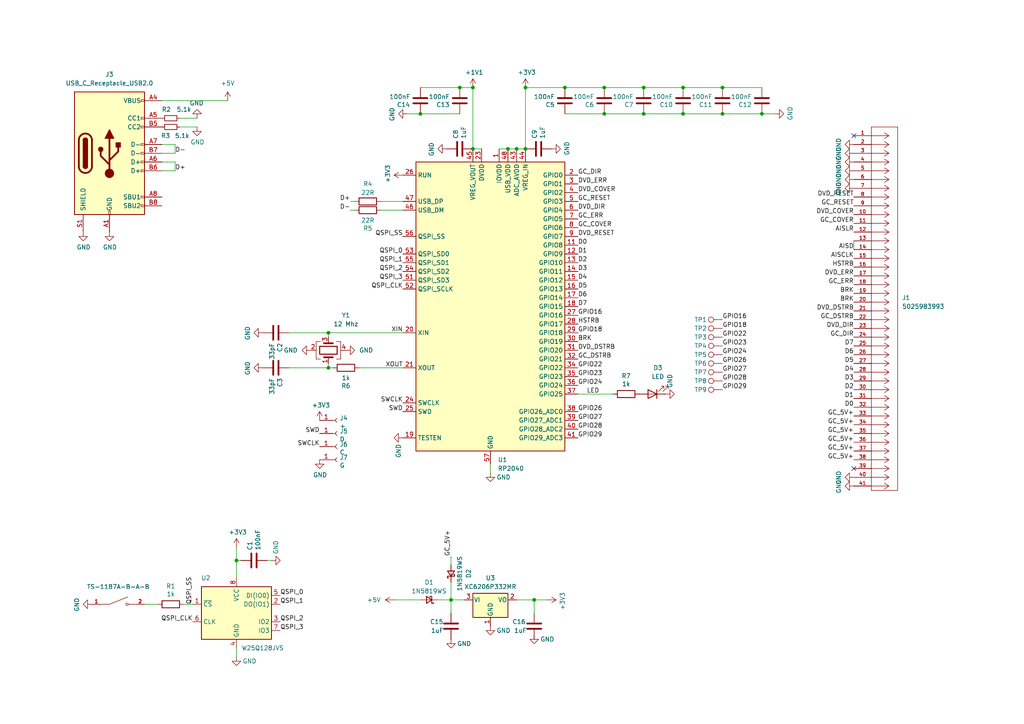
<source format=kicad_sch>
(kicad_sch (version 20250114) (generator "eeschema") (generator_version "9.0")
  (paper "A4")
  (lib_symbols
    (symbol "Connector:Conn_01x01_Female" (pin_names (offset 1.016) (hide yes))
      (property "Reference" "J" (at 0 2.54 0))
      (property "Value" "Conn_01x01_Female" (at 0 -2.54 0))
      (symbol "Conn_01x01_Female_1_1"
        (pin passive line (at -5.08 0 0) (length 3.81) (name "Pin_1") (number "1"))
      )
    )
    (symbol "Connector:TestPoint" (pin_numbers (hide yes)) (pin_names (offset 0.762) (hide yes))
      (property "Reference" "TP" (at 0 6.858 0))
      (property "Value" "TestPoint" (at 0 5.08 0))
      (symbol "TestPoint_1_1"
        (pin passive line (at 0 0 90) (length 2.54) (name "1") (number "1"))
      )
    )
    (symbol "Connector:USB_C_Receptacle_USB2.0" (pin_names (offset 1.016))
      (property "Reference" "J" (at -10.16 19.05 0))
      (property "Value" "USB_C_Receptacle_USB2.0" (at 19.05 19.05 0))
      (symbol "USB_C_Receptacle_USB2.0_1_1"
        (pin passive line (at -7.62 -22.86 90) (length 5.08) (name "SHIELD") (number "S1"))
        (pin passive line (at 0 -22.86 90) (length 5.08) (name "GND") (number "A1"))
        (pin passive line (at 0 -22.86 90) (length 5.08) (hide yes) (name "GND") (number "A12"))
        (pin passive line (at 0 -22.86 90) (length 5.08) (hide yes) (name "GND") (number "B1"))
        (pin passive line (at 0 -22.86 90) (length 5.08) (hide yes) (name "GND") (number "B12"))
        (pin passive line (at 15.24 15.24 180) (length 5.08) (name "VBUS") (number "A4"))
        (pin passive line (at 15.24 15.24 180) (length 5.08) (hide yes) (name "VBUS") (number "A9"))
        (pin passive line (at 15.24 15.24 180) (length 5.08) (hide yes) (name "VBUS") (number "B4"))
        (pin passive line (at 15.24 15.24 180) (length 5.08) (hide yes) (name "VBUS") (number "B9"))
        (pin bidirectional line (at 15.24 10.16 180) (length 5.08) (name "CC1") (number "A5"))
        (pin bidirectional line (at 15.24 7.62 180) (length 5.08) (name "CC2") (number "B5"))
        (pin bidirectional line (at 15.24 2.54 180) (length 5.08) (name "D-") (number "A7"))
        (pin bidirectional line (at 15.24 0 180) (length 5.08) (name "D-") (number "B7"))
        (pin bidirectional line (at 15.24 -2.54 180) (length 5.08) (name "D+") (number "A6"))
        (pin bidirectional line (at 15.24 -5.08 180) (length 5.08) (name "D+") (number "B6"))
        (pin bidirectional line (at 15.24 -12.7 180) (length 5.08) (name "SBU1") (number "A8"))
        (pin bidirectional line (at 15.24 -15.24 180) (length 5.08) (name "SBU2") (number "B8"))
      )
    )
    (symbol "Device:C" (pin_numbers (hide yes)) (pin_names (offset 0.254))
      (property "Reference" "C" (at 0.635 2.54 0))
      (property "Value" "C" (at 0.635 -2.54 0))
      (symbol "C_1_1"
        (pin passive line (at 0 3.81 270) (length 2.794) (name "~") (number "1"))
        (pin passive line (at 0 -3.81 90) (length 2.794) (name "~") (number "2"))
      )
    )
    (symbol "Device:Crystal_GND24" (pin_names (offset 1.016) (hide yes))
      (property "Reference" "Y" (at 3.175 5.08 0))
      (property "Value" "Crystal_GND24" (at 3.175 3.175 0))
      (symbol "Crystal_GND24_1_1"
        (pin passive line (at -3.81 0 0) (length 1.27) (name "1") (number "1"))
        (pin passive line (at 0 5.08 270) (length 1.27) (name "2") (number "2"))
        (pin passive line (at 0 -5.08 90) (length 1.27) (name "4") (number "4"))
        (pin passive line (at 3.81 0 180) (length 1.27) (name "3") (number "3"))
      )
    )
    (symbol "Device:D_Schottky_Small" (pin_numbers (hide yes)) (pin_names (offset 0.254) (hide yes))
      (property "Reference" "D" (at -1.27 2.032 0))
      (property "Value" "D_Schottky_Small" (at -7.112 -2.032 0))
      (symbol "D_Schottky_Small_1_1"
        (pin passive line (at -2.54 0 0) (length 1.778) (name "K") (number "1"))
        (pin passive line (at 2.54 0 180) (length 1.778) (name "A") (number "2"))
      )
    )
    (symbol "Device:LED" (pin_numbers (hide yes)) (pin_names (offset 1.016) (hide yes))
      (property "Reference" "D" (at 0 2.54 0))
      (property "Value" "LED" (at 0 -2.54 0))
      (symbol "LED_1_1"
        (pin passive line (at -3.81 0 0) (length 2.54) (name "K") (number "1"))
        (pin passive line (at 3.81 0 180) (length 2.54) (name "A") (number "2"))
      )
    )
    (symbol "Device:R" (pin_numbers (hide yes)) (pin_names (offset 0))
      (property "Reference" "R" (at 2.032 0 90))
      (property "Value" "R" (at 0 0 90))
      (symbol "R_1_1"
        (pin passive line (at 0 3.81 270) (length 1.27) (name "~") (number "1"))
        (pin passive line (at 0 -3.81 90) (length 1.27) (name "~") (number "2"))
      )
    )
    (symbol "Device:R_Small" (pin_numbers (hide yes)) (pin_names (offset 0.254) (hide yes))
      (property "Reference" "R" (at 0.762 0.508 0))
      (property "Value" "R_Small" (at 0.762 -1.016 0))
      (symbol "R_Small_1_1"
        (pin passive line (at 0 2.54 270) (length 0.762) (name "~") (number "1"))
        (pin passive line (at 0 -2.54 90) (length 0.762) (name "~") (number "2"))
      )
    )
    (symbol "MCU_RaspberryPi:RP2040"
      (property "Reference" "U" (at 17.78 45.72 0))
      (property "Value" "RP2040" (at 17.78 43.18 0))
      (symbol "RP2040_1_1"
        (pin input line (at -25.4 38.1 0) (length 3.81) (name "RUN") (number "26"))
        (pin bidirectional line (at -25.4 30.48 0) (length 3.81) (name "USB_DP") (number "47"))
        (pin bidirectional line (at -25.4 27.94 0) (length 3.81) (name "USB_DM") (number "46"))
        (pin bidirectional line (at -25.4 20.32 0) (length 3.81) (name "QSPI_SS") (number "56"))
        (pin bidirectional line (at -25.4 15.24 0) (length 3.81) (name "QSPI_SD0") (number "53"))
        (pin bidirectional line (at -25.4 12.7 0) (length 3.81) (name "QSPI_SD1") (number "55"))
        (pin bidirectional line (at -25.4 10.16 0) (length 3.81) (name "QSPI_SD2") (number "54"))
        (pin bidirectional line (at -25.4 7.62 0) (length 3.81) (name "QSPI_SD3") (number "51"))
        (pin output line (at -25.4 5.08 0) (length 3.81) (name "QSPI_SCLK") (number "52"))
        (pin input line (at -25.4 -7.62 0) (length 3.81) (name "XIN") (number "20"))
        (pin passive line (at -25.4 -17.78 0) (length 3.81) (name "XOUT") (number "21"))
        (pin input line (at -25.4 -27.94 0) (length 3.81) (name "SWCLK") (number "24"))
        (pin bidirectional line (at -25.4 -30.48 0) (length 3.81) (name "SWD") (number "25"))
        (pin input line (at -25.4 -38.1 0) (length 3.81) (name "TESTEN") (number "19"))
        (pin power_out line (at -5.08 45.72 270) (length 3.81) (name "VREG_VOUT") (number "45"))
        (pin power_in line (at -2.54 45.72 270) (length 3.81) (name "DVDD") (number "23"))
        (pin passive line (at -2.54 45.72 270) (length 3.81) (hide yes) (name "DVDD") (number "50"))
        (pin power_in line (at 0 -45.72 90) (length 3.81) (name "GND") (number "57"))
        (pin power_in line (at 2.54 45.72 270) (length 3.81) (name "IOVDD") (number "1"))
        (pin passive line (at 2.54 45.72 270) (length 3.81) (hide yes) (name "IOVDD") (number "10"))
        (pin passive line (at 2.54 45.72 270) (length 3.81) (hide yes) (name "IOVDD") (number "22"))
        (pin passive line (at 2.54 45.72 270) (length 3.81) (hide yes) (name "IOVDD") (number "33"))
        (pin passive line (at 2.54 45.72 270) (length 3.81) (hide yes) (name "IOVDD") (number "42"))
        (pin passive line (at 2.54 45.72 270) (length 3.81) (hide yes) (name "IOVDD") (number "49"))
        (pin power_in line (at 5.08 45.72 270) (length 3.81) (name "USB_VDD") (number "48"))
        (pin power_in line (at 7.62 45.72 270) (length 3.81) (name "ADC_AVDD") (number "43"))
        (pin power_in line (at 10.16 45.72 270) (length 3.81) (name "VREG_IN") (number "44"))
        (pin bidirectional line (at 25.4 38.1 180) (length 3.81) (name "GPIO0") (number "2"))
        (pin bidirectional line (at 25.4 35.56 180) (length 3.81) (name "GPIO1") (number "3"))
        (pin bidirectional line (at 25.4 33.02 180) (length 3.81) (name "GPIO2") (number "4"))
        (pin bidirectional line (at 25.4 30.48 180) (length 3.81) (name "GPIO3") (number "5"))
        (pin bidirectional line (at 25.4 27.94 180) (length 3.81) (name "GPIO4") (number "6"))
        (pin bidirectional line (at 25.4 25.4 180) (length 3.81) (name "GPIO5") (number "7"))
        (pin bidirectional line (at 25.4 22.86 180) (length 3.81) (name "GPIO6") (number "8"))
        (pin bidirectional line (at 25.4 20.32 180) (length 3.81) (name "GPIO7") (number "9"))
        (pin bidirectional line (at 25.4 17.78 180) (length 3.81) (name "GPIO8") (number "11"))
        (pin bidirectional line (at 25.4 15.24 180) (length 3.81) (name "GPIO9") (number "12"))
        (pin bidirectional line (at 25.4 12.7 180) (length 3.81) (name "GPIO10") (number "13"))
        (pin bidirectional line (at 25.4 10.16 180) (length 3.81) (name "GPIO11") (number "14"))
        (pin bidirectional line (at 25.4 7.62 180) (length 3.81) (name "GPIO12") (number "15"))
        (pin bidirectional line (at 25.4 5.08 180) (length 3.81) (name "GPIO13") (number "16"))
        (pin bidirectional line (at 25.4 2.54 180) (length 3.81) (name "GPIO14") (number "17"))
        (pin bidirectional line (at 25.4 0 180) (length 3.81) (name "GPIO15") (number "18"))
        (pin bidirectional line (at 25.4 -2.54 180) (length 3.81) (name "GPIO16") (number "27"))
        (pin bidirectional line (at 25.4 -5.08 180) (length 3.81) (name "GPIO17") (number "28"))
        (pin bidirectional line (at 25.4 -7.62 180) (length 3.81) (name "GPIO18") (number "29"))
        (pin bidirectional line (at 25.4 -10.16 180) (length 3.81) (name "GPIO19") (number "30"))
        (pin bidirectional line (at 25.4 -12.7 180) (length 3.81) (name "GPIO20") (number "31"))
        (pin bidirectional line (at 25.4 -15.24 180) (length 3.81) (name "GPIO21") (number "32"))
        (pin bidirectional line (at 25.4 -17.78 180) (length 3.81) (name "GPIO22") (number "34"))
        (pin bidirectional line (at 25.4 -20.32 180) (length 3.81) (name "GPIO23") (number "35"))
        (pin bidirectional line (at 25.4 -22.86 180) (length 3.81) (name "GPIO24") (number "36"))
        (pin bidirectional line (at 25.4 -25.4 180) (length 3.81) (name "GPIO25") (number "37"))
        (pin bidirectional line (at 25.4 -30.48 180) (length 3.81) (name "GPIO26_ADC0") (number "38"))
        (pin bidirectional line (at 25.4 -33.02 180) (length 3.81) (name "GPIO27_ADC1") (number "39"))
        (pin bidirectional line (at 25.4 -35.56 180) (length 3.81) (name "GPIO28_ADC2") (number "40"))
        (pin bidirectional line (at 25.4 -38.1 180) (length 3.81) (name "GPIO29_ADC3") (number "41"))
      )
    )
    (symbol "Memory_Flash:W25Q128JVS"
      (property "Reference" "U" (at -8.89 8.89 0))
      (property "Value" "W25Q128JVS" (at 7.62 8.89 0))
      (symbol "W25Q128JVS_1_1"
        (pin input line (at -12.7 2.54 0) (length 2.54) (name "~{CS}") (number "1"))
        (pin input line (at -12.7 -2.54 0) (length 2.54) (name "CLK") (number "6"))
        (pin power_in line (at 0 10.16 270) (length 2.54) (name "VCC") (number "8"))
        (pin power_in line (at 0 -10.16 90) (length 2.54) (name "GND") (number "4"))
        (pin bidirectional line (at 12.7 5.08 180) (length 2.54) (name "DI(IO0)") (number "5"))
        (pin bidirectional line (at 12.7 2.54 180) (length 2.54) (name "DO(IO1)") (number "2"))
        (pin bidirectional line (at 12.7 -2.54 180) (length 2.54) (name "IO2") (number "3"))
        (pin bidirectional line (at 12.7 -5.08 180) (length 2.54) (name "IO3") (number "7"))
      )
    )
    (symbol "Molex_Library:5025983993" (pin_names (offset 1.016))
      (property "Reference" "J1" (at 13.97 -46.9899 0))
      (property "Value" "5025983993" (at 13.97 -49.5299 0))
      (symbol "5025983993_0_0"
        (pin passive line (at 0 0 0) (length 5.08) (name "~") (number "1"))
        (pin passive line (at 0 -2.54 0) (length 5.08) (name "~") (number "2"))
        (pin passive line (at 0 -5.08 0) (length 5.08) (name "~") (number "3"))
        (pin passive line (at 0 -7.62 0) (length 5.08) (name "~") (number "4"))
        (pin passive line (at 0 -10.16 0) (length 5.08) (name "~") (number "5"))
        (pin passive line (at 0 -12.7 0) (length 5.08) (name "~") (number "6"))
        (pin passive line (at 0 -15.24 0) (length 5.08) (name "~") (number "7"))
        (pin passive line (at 0 -17.78 0) (length 5.08) (name "~") (number "8"))
        (pin passive line (at 0 -20.32 0) (length 5.08) (name "~") (number "9"))
        (pin passive line (at 0 -22.86 0) (length 5.08) (name "~") (number "10"))
        (pin passive line (at 0 -25.4 0) (length 5.08) (name "~") (number "11"))
        (pin passive line (at 0 -27.94 0) (length 5.08) (name "~") (number "12"))
        (pin passive line (at 0 -30.48 0) (length 5.08) (name "~") (number "13"))
        (pin passive line (at 0 -33.02 0) (length 5.08) (name "~") (number "14"))
        (pin passive line (at 0 -35.56 0) (length 5.08) (name "~") (number "15"))
        (pin passive line (at 0 -38.1 0) (length 5.08) (name "~") (number "16"))
        (pin passive line (at 0 -40.64 0) (length 5.08) (name "~") (number "17"))
        (pin passive line (at 0 -43.18 0) (length 5.08) (name "~") (number "18"))
        (pin passive line (at 0 -45.72 0) (length 5.08) (name "~") (number "19"))
        (pin passive line (at 0 -48.26 0) (length 5.08) (name "~") (number "20"))
        (pin passive line (at 0 -50.8 0) (length 5.08) (name "~") (number "21"))
        (pin passive line (at 0 -53.34 0) (length 5.08) (name "~") (number "22"))
        (pin passive line (at 0 -55.88 0) (length 5.08) (name "~") (number "23"))
        (pin passive line (at 0 -58.42 0) (length 5.08) (name "~") (number "24"))
        (pin passive line (at 0 -60.96 0) (length 5.08) (name "~") (number "25"))
        (pin passive line (at 0 -63.5 0) (length 5.08) (name "~") (number "26"))
        (pin passive line (at 0 -66.04 0) (length 5.08) (name "~") (number "27"))
        (pin passive line (at 0 -68.58 0) (length 5.08) (name "~") (number "28"))
        (pin passive line (at 0 -71.12 0) (length 5.08) (name "~") (number "29"))
        (pin passive line (at 0 -73.66 0) (length 5.08) (name "~") (number "30"))
        (pin passive line (at 0 -76.2 0) (length 5.08) (name "~") (number "31"))
        (pin passive line (at 0 -78.74 0) (length 5.08) (name "~") (number "32"))
        (pin passive line (at 0 -81.28 0) (length 5.08) (name "~") (number "33"))
        (pin passive line (at 0 -83.82 0) (length 5.08) (name "~") (number "34"))
        (pin passive line (at 0 -86.36 0) (length 5.08) (name "~") (number "35"))
        (pin passive line (at 0 -88.9 0) (length 5.08) (name "~") (number "36"))
        (pin passive line (at 0 -93.98 0) (length 5.08) (name "~") (number "38"))
        (pin passive line (at 0 -96.52 0) (length 5.08) (name "~") (number "39"))
      )
      (symbol "5025983993_1_0"
        (pin passive line (at 0 -91.44 0) (length 5.08) (name "~") (number "37"))
        (pin passive line (at 0 -99.06 0) (length 5.08) (name "~") (number "40"))
        (pin passive line (at 0 -101.6 0) (length 5.08) (name "~") (number "41"))
      )
    )
    (symbol "Regulator_Linear:XC6206PxxxMR" (pin_names (offset 0.254))
      (property "Reference" "U" (at -3.81 3.175 0))
      (property "Value" "XC6206PxxxMR" (at 0 3.175 0))
      (symbol "XC6206PxxxMR_1_1"
        (pin power_in line (at -7.62 0 0) (length 2.54) (name "VI") (number "3"))
        (pin power_in line (at 0 -7.62 90) (length 2.54) (name "GND") (number "1"))
        (pin power_out line (at 7.62 0 180) (length 2.54) (name "VO") (number "2"))
      )
    )
    (symbol "TS-1187A-B-A-B:TS-1187A-B-A-B" (pin_names (offset 1.016))
      (property "Value" "TS-1187A-B-A-B" (at 0 5.08 0))
      (symbol "TS-1187A-B-A-B_1_0"
        (pin passive line (at -7.62 0 0) (length 2.54) (name "~") (number "1"))
        (pin passive line (at -7.62 0 0) (length 2.54) (name "~") (number "1"))
        (pin passive line (at 7.62 0 180) (length 2.54) (name "~") (number "2"))
        (pin passive line (at 7.62 0 180) (length 2.54) (name "~") (number "2"))
      )
    )
    (symbol "power:+1V1" (power) (pin_names (offset 0))
      (property "Value" "+1V1" (at 0 3.556 0))
      (symbol "+1V1_1_1"
        (pin power_in line (at 0 0 90) (length 0) (hide yes) (name "+1V1") (number "1"))
      )
    )
    (symbol "power:+3V3" (power) (pin_names (offset 0))
      (property "Value" "+3V3" (at 0 3.556 0))
      (symbol "+3V3_1_1"
        (pin power_in line (at 0 0 90) (length 0) (hide yes) (name "+3V3") (number "1"))
      )
    )
    (symbol "power:+5V" (power) (pin_numbers (hide yes)) (pin_names (offset 0) (hide yes))
      (property "Value" "+5V" (at 0 3.556 0))
      (symbol "+5V_1_1"
        (pin power_in line (at 0 0 90) (length 0) (name "~") (number "1"))
      )
    )
    (symbol "power:GND" (power) (pin_names (offset 0))
      (property "Value" "GND" (at 0 -3.81 0))
      (symbol "GND_1_1"
        (pin power_in line (at 0 0 270) (length 0) (hide yes) (name "GND") (number "1"))
      )
    )
  )
  (junction (at 154.94 173.99))
  (junction (at 152.4 43.18))
  (junction (at 175.26 33.02))
  (junction (at 95.25 96.52))
  (junction (at 68.58 162.56))
  (junction (at 209.55 25.4))
  (junction (at 95.25 106.68))
  (junction (at 220.98 33.02))
  (junction (at 175.26 25.4))
  (junction (at 121.92 33.02))
  (junction (at 133.35 25.4))
  (junction (at 152.4 25.4))
  (junction (at 186.69 25.4))
  (junction (at 198.12 25.4))
  (junction (at 186.69 33.02))
  (junction (at 137.16 43.18))
  (junction (at 209.55 33.02))
  (junction (at 137.16 25.4))
  (junction (at 149.86 43.18))
  (junction (at 147.32 43.18))
  (junction (at 198.12 33.02))
  (junction (at 163.83 25.4))
  (junction (at 130.81 173.99))
  (no_connect (at 247.65 39.37))
  (no_connect (at 247.65 135.89))
  (wire (pts (xy 137.16 25.4) (xy 137.16 43.18)))
  (wire (pts (xy 175.26 33.02) (xy 186.69 33.02)))
  (wire (pts (xy 152.4 43.18) (xy 152.4 25.4)))
  (wire (pts (xy 121.92 33.02) (xy 118.11 33.02)))
  (wire (pts (xy 154.94 177.8) (xy 154.94 173.99)))
  (wire (pts (xy 130.81 168.91) (xy 130.81 173.99)))
  (wire (pts (xy 95.25 96.52) (xy 116.84 96.52)))
  (wire (pts (xy 68.58 190.5) (xy 68.58 187.96)))
  (wire (pts (xy 77.47 162.56) (xy 78.74 162.56)))
  (wire (pts (xy 46.99 29.21) (xy 66.04 29.21)))
  (wire (pts (xy 110.49 58.42) (xy 116.84 58.42)))
  (wire (pts (xy 247.65 69.85) (xy 247.65 72.39)))
  (wire (pts (xy 142.24 137.16) (xy 142.24 134.62)))
  (wire (pts (xy 41.91 175.26) (xy 45.72 175.26)))
  (wire (pts (xy 147.32 43.18) (xy 149.86 43.18)))
  (wire (pts (xy 198.12 33.02) (xy 209.55 33.02)))
  (wire (pts (xy 95.25 105.41) (xy 95.25 106.68)))
  (wire (pts (xy 186.69 25.4) (xy 198.12 25.4)))
  (wire (pts (xy 127 173.99) (xy 130.81 173.99)))
  (wire (pts (xy 83.82 106.68) (xy 95.25 106.68)))
  (wire (pts (xy 102.87 60.96) (xy 101.6 60.96)))
  (wire (pts (xy 163.83 25.4) (xy 175.26 25.4)))
  (wire (pts (xy 53.34 175.26) (xy 55.88 175.26)))
  (wire (pts (xy 50.8 46.99) (xy 50.8 49.53)))
  (wire (pts (xy 139.7 43.18) (xy 137.16 43.18)))
  (wire (pts (xy 114.3 173.99) (xy 121.92 173.99)))
  (wire (pts (xy 57.15 36.83) (xy 52.07 36.83)))
  (wire (pts (xy 95.25 97.79) (xy 95.25 96.52)))
  (wire (pts (xy 163.83 33.02) (xy 175.26 33.02)))
  (wire (pts (xy 121.92 25.4) (xy 133.35 25.4)))
  (wire (pts (xy 69.85 162.56) (xy 68.58 162.56)))
  (wire (pts (xy 121.92 33.02) (xy 133.35 33.02)))
  (wire (pts (xy 50.8 49.53) (xy 46.99 49.53)))
  (wire (pts (xy 130.81 173.99) (xy 130.81 177.8)))
  (wire (pts (xy 50.8 44.45) (xy 50.8 41.91)))
  (wire (pts (xy 144.78 43.18) (xy 147.32 43.18)))
  (wire (pts (xy 209.55 33.02) (xy 220.98 33.02)))
  (wire (pts (xy 68.58 158.75) (xy 68.58 162.56)))
  (wire (pts (xy 149.86 43.18) (xy 152.4 43.18)))
  (wire (pts (xy 175.26 25.4) (xy 186.69 25.4)))
  (wire (pts (xy 152.4 25.4) (xy 163.83 25.4)))
  (wire (pts (xy 154.94 184.15) (xy 154.94 185.42)))
  (wire (pts (xy 68.58 162.56) (xy 68.58 167.64)))
  (wire (pts (xy 209.55 25.4) (xy 220.98 25.4)))
  (wire (pts (xy 224.79 33.02) (xy 220.98 33.02)))
  (wire (pts (xy 130.81 161.29) (xy 130.81 163.83)))
  (wire (pts (xy 57.15 34.29) (xy 52.07 34.29)))
  (wire (pts (xy 46.99 46.99) (xy 50.8 46.99)))
  (wire (pts (xy 198.12 25.4) (xy 209.55 25.4)))
  (wire (pts (xy 186.69 33.02) (xy 198.12 33.02)))
  (wire (pts (xy 104.14 106.68) (xy 116.84 106.68)))
  (wire (pts (xy 96.52 106.68) (xy 95.25 106.68)))
  (wire (pts (xy 110.49 60.96) (xy 116.84 60.96)))
  (wire (pts (xy 83.82 96.52) (xy 95.25 96.52)))
  (wire (pts (xy 130.81 173.99) (xy 134.62 173.99)))
  (wire (pts (xy 46.99 44.45) (xy 50.8 44.45)))
  (wire (pts (xy 133.35 25.4) (xy 137.16 25.4)))
  (wire (pts (xy 158.75 173.99) (xy 154.94 173.99)))
  (wire (pts (xy 50.8 41.91) (xy 46.99 41.91)))
  (wire (pts (xy 167.64 114.3) (xy 177.8 114.3)))
  (wire (pts (xy 154.94 173.99) (xy 149.86 173.99)))
  (wire (pts (xy 102.87 58.42) (xy 101.6 58.42)))
  (label "SWCLK" (at 116.84 116.84 180))
  (label "GPIO18" (at 209.55 95.25 0))
  (label "SWD" (at 116.84 119.38 180))
  (label "HSTRB" (at 247.65 77.47 180))
  (label "BRK" (at 247.65 85.09 180))
  (label "D3" (at 167.64 78.74 0))
  (label "QSPI_0" (at 81.28 172.72 0))
  (label "GC_COVER" (at 247.65 64.77 180))
  (label "GC_5V+" (at 247.65 123.19 180))
  (label "SWD" (at 92.71 125.73 180))
  (label "GPIO24" (at 167.64 111.76 0))
  (label "D7" (at 167.64 88.9 0))
  (label "GC_5V+" (at 247.65 130.81 180))
  (label "QSPI_1" (at 81.28 175.26 0))
  (label "GPIO23" (at 209.55 100.33 0))
  (label "GC_5V+" (at 247.65 125.73 180))
  (label "GPIO29" (at 167.64 127 0))
  (label "DVD_COVER" (at 167.64 55.88 0))
  (label "DVD_ERR" (at 247.65 80.01 180))
  (label "D1" (at 167.64 73.66 0))
  (label "HSTRB" (at 167.64 93.98 0))
  (label "D6" (at 167.64 86.36 0))
  (label "GPIO26" (at 209.55 105.41 0))
  (label "DVD_ERR" (at 167.64 53.34 0))
  (label "GPIO18" (at 167.64 96.52 0))
  (label "BRK" (at 167.64 99.06 0))
  (label "GPIO22" (at 209.55 97.79 0))
  (label "QSPI_3" (at 116.84 81.28 180))
  (label "D+" (at 50.8 49.53 0))
  (label "XOUT" (at 116.84 106.68 180))
  (label "QSPI_0" (at 116.84 73.66 180))
  (label "D+" (at 101.6 58.42 180))
  (label "D4" (at 247.65 107.95 180))
  (label "GC_ERR" (at 167.64 63.5 0))
  (label "D5" (at 247.65 105.41 180))
  (label "GC_DSTRB" (at 167.64 104.14 0))
  (label "QSPI_2" (at 116.84 78.74 180))
  (label "D6" (at 247.65 102.87 180))
  (label "D1" (at 247.65 115.57 180))
  (label "SWCLK" (at 92.71 129.54 180))
  (label "QSPI_1" (at 116.84 76.2 180))
  (label "GC_RESET" (at 167.64 58.42 0))
  (label "D3" (at 247.65 110.49 180))
  (label "AISLR" (at 247.65 67.31 180))
  (label "GC_DSTRB" (at 247.65 92.71 180))
  (label "D0" (at 167.64 71.12 0))
  (label "XIN" (at 116.84 96.52 180))
  (label "GC_RESET" (at 247.65 59.69 180))
  (label "GPIO27" (at 167.64 121.92 0))
  (label "GPIO29" (at 209.55 113.03 0))
  (label "GPIO28" (at 167.64 124.46 0))
  (label "DVD_DIR" (at 167.64 60.96 0))
  (label "QSPI_2" (at 81.28 180.34 0))
  (label "D0" (at 247.65 118.11 180))
  (label "GPIO16" (at 209.55 92.71 0))
  (label "GC_5V+" (at 247.65 133.35 180))
  (label "QSPI_CLK" (at 116.84 83.82 180))
  (label "GC_DIR" (at 247.65 97.79 180))
  (label "DVD_DSTRB" (at 167.64 101.6 0))
  (label "GPIO28" (at 209.55 110.49 0))
  (label "DVD_DIR" (at 247.65 95.25 180))
  (label "GPIO24" (at 209.55 102.87 0))
  (label "GPIO26" (at 167.64 119.38 0))
  (label "AISD" (at 247.65 72.39 180))
  (label "D4" (at 167.64 81.28 0))
  (label "QSPI_3" (at 81.28 182.88 0))
  (label "GC_ERR" (at 247.65 82.55 180))
  (label "GPIO23" (at 167.64 109.22 0))
  (label "GPIO27" (at 209.55 107.95 0))
  (label "GC_5V+" (at 247.65 120.65 180))
  (label "QSPI_CLK" (at 55.88 180.34 180))
  (label "DVD_RESET" (at 167.64 68.58 0))
  (label "AISCLK" (at 247.65 74.93 180))
  (label "QSPI_SS" (at 55.88 175.26 90))
  (label "GPIO16" (at 167.64 91.44 0))
  (label "DVD_DSTRB" (at 247.65 90.17 180))
  (label "D2" (at 247.65 113.03 180))
  (label "GPIO22" (at 167.64 106.68 0))
  (label "LED" (at 170.18 114.3 0))
  (label "DVD_RESET" (at 247.65 57.15 180))
  (label "GC_5V+" (at 130.81 161.29 90))
  (label "BRK" (at 247.65 87.63 180))
  (label "D5" (at 167.64 83.82 0))
  (label "D7" (at 247.65 100.33 180))
  (label "D-" (at 101.6 60.96 180))
  (label "D2" (at 167.64 76.2 0))
  (label "QSPI_SS" (at 116.84 68.58 180))
  (label "GC_5V+" (at 247.65 128.27 180))
  (label "D-" (at 50.8 44.45 0))
  (label "DVD_COVER" (at 247.65 62.23 180))
  (label "GC_DIR" (at 167.64 50.8 0))
  (label "GC_COVER" (at 167.64 66.04 0))
  (symbol (lib_id "power:+3V3") (at 116.84 50.8 90) (unit 1)
    (property "Reference" "#PWR0119" (effects (hide yes)))
    (property "Value" "+3V3" (at 112.4458 50.419 0))
  )
  (symbol (lib_id "power:+5V") (at 66.04 29.21 0) (unit 1)
    (property "Reference" "#PWR09" (effects (hide yes)))
    (property "Value" "+5V" (at 66.04 24.13 0))
    (property "Description" "Power symbol creates a global label with name \"+5V\"" (effects (hide yes)))
  )
  (symbol (lib_id "power:GND") (at 90.17 101.6 270) (unit 1)
    (property "Reference" "#PWR025" (effects (hide yes)))
    (property "Value" "GND" (at 86.36 101.5999 90) (effects (justify right)))
  )
  (symbol (lib_id "Device:R_Small") (at 49.53 36.83 90) (unit 1)
    (property "Reference" "R3" (at 48.006 39.37 90))
    (property "Value" "5.1k" (at 52.832 39.37 90))
    (property "Footprint" "Resistor_SMD:R_0402_1005Metric" (effects (hide yes)))
    (property "LCSC" "C25905" (effects (hide yes)))
  )
  (symbol (lib_id "power:GND") (at 247.65 140.97 270) (unit 1)
    (property "Reference" "#PWR037" (effects (hide yes)))
    (property "Value" "GND" (at 243.2558 141.097 0))
  )
  (symbol (lib_id "Device:C") (at 154.94 181.61 0) (unit 1)
    (property "Reference" "C16" (at 148.59 180.34 0) (effects (justify left)))
    (property "Value" "1uF" (at 149.098 182.88 0) (effects (justify left)))
    (property "Footprint" "Capacitor_SMD:C_0402_1005Metric" (effects (hide yes)))
    (property "LCSC" "C52923" (effects (hide yes)))
  )
  (symbol (lib_id "power:GND") (at 92.71 133.35 0) (unit 1)
    (property "Reference" "#PWR028" (effects (hide yes)))
    (property "Value" "GND" (at 92.837 137.7442 0))
  )
  (symbol (lib_id "power:GND") (at 247.65 44.45 270) (unit 1)
    (property "Reference" "#PWR019" (effects (hide yes)))
    (property "Value" "GND" (at 243.2558 44.577 0))
  )
  (symbol (lib_id "Device:D_Schottky_Small") (at 130.81 166.37 90) (unit 1)
    (property "Reference" "D2" (at 135.89 166.37 0))
    (property "Value" "1N5819WS" (at 133.35 166.37 0))
    (property "Footprint" "Diode_SMD:D_SOD-323" (effects (hide yes)))
    (property "LCSC" "C191023" (effects (hide yes)))
  )
  (symbol (lib_id "Connector:TestPoint") (at 209.55 102.87 90) (unit 1)
    (property "Reference" "TP5" (at 203.2 102.87 90))
    (property "Value" "TestPoint" (effects (hide yes)))
    (property "Footprint" "TestPoint:TestPoint_Pad_D1.0mm" (effects (hide yes)))
  )
  (symbol (lib_id "Device:R") (at 181.61 114.3 270) (unit 1)
    (property "Reference" "R7" (at 181.61 109.0422 90))
    (property "Value" "1k" (at 181.61 111.3536 90))
    (property "Footprint" "Resistor_SMD:R_0402_1005Metric" (effects (hide yes)))
    (property "LCSC" "C11702" (effects (hide yes)))
  )
  (symbol (lib_id "power:GND") (at 76.2 106.68 270) (unit 1)
    (property "Reference" "#PWR06" (effects (hide yes)))
    (property "Value" "GND" (at 71.8058 106.807 0))
  )
  (symbol (lib_id "power:GND") (at 247.65 138.43 270) (unit 1)
    (property "Reference" "#PWR031" (effects (hide yes)))
    (property "Value" "GND" (at 243.2558 138.557 0))
  )
  (symbol (lib_id "power:GND") (at 100.33 101.6 90) (unit 1)
    (property "Reference" "#PWR024" (effects (hide yes)))
    (property "Value" "GND" (at 104.14 101.5999 90) (effects (justify right)))
  )
  (symbol (lib_id "Connector:TestPoint") (at 209.55 110.49 90) (unit 1)
    (property "Reference" "TP8" (at 203.2 110.49 90))
    (property "Value" "TestPoint" (effects (hide yes)))
    (property "Footprint" "TestPoint:TestPoint_Pad_D1.0mm" (effects (hide yes)))
  )
  (symbol (lib_id "Connector:TestPoint") (at 209.55 97.79 90) (unit 1)
    (property "Reference" "TP3" (at 203.2 97.79 90))
    (property "Value" "TestPoint" (effects (hide yes)))
    (property "Footprint" "TestPoint:TestPoint_Pad_D1.0mm" (effects (hide yes)))
  )
  (symbol (lib_id "power:GND") (at 247.65 41.91 270) (unit 1)
    (property "Reference" "#PWR018" (effects (hide yes)))
    (property "Value" "GND" (at 243.2558 42.037 0))
  )
  (symbol (lib_id "Connector:Conn_01x01_Female") (at 97.79 133.35 0) (unit 1)
    (property "Reference" "J7" (at 98.5012 132.6896 0) (effects (justify left)))
    (property "Value" "G" (at 98.5012 135.001 0) (effects (justify left)))
    (property "Footprint" "TestPoint:TestPoint_Pad_D1.0mm" (effects (hide yes)))
  )
  (symbol (lib_id "power:GND") (at 142.24 181.61 0) (unit 1)
    (property "Reference" "#PWR035" (effects (hide yes)))
    (property "Value" "GND" (at 146.05 182.88 0))
  )
  (symbol (lib_id "power:GND") (at 76.2 96.52 270) (unit 1)
    (property "Reference" "#PWR026" (effects (hide yes)))
    (property "Value" "GND" (at 71.8058 96.647 0))
  )
  (symbol (lib_id "Device:D_Schottky_Small") (at 124.46 173.99 180) (unit 1)
    (property "Reference" "D1" (at 124.46 168.91 0))
    (property "Value" "1N5819WS" (at 124.46 171.45 0))
    (property "Footprint" "Diode_SMD:D_SOD-323" (effects (hide yes)))
    (property "LCSC" "C191023" (effects (hide yes)))
  )
  (symbol (lib_id "power:GND") (at 118.11 33.02 270) (unit 1)
    (property "Reference" "#PWR029" (effects (hide yes)))
    (property "Value" "GND" (at 113.7158 33.147 0))
  )
  (symbol (lib_id "power:+3V3") (at 92.71 121.92 0) (unit 1)
    (property "Reference" "#PWR027" (effects (hide yes)))
    (property "Value" "+3V3" (at 93.091 117.5258 0))
  )
  (symbol (lib_id "power:GND") (at 24.13 67.31 0) (unit 1)
    (property "Reference" "#PWR012" (effects (hide yes)))
    (property "Value" "GND" (at 24.257 71.7042 0))
  )
  (symbol (lib_id "Device:C") (at 133.35 29.21 180) (unit 1)
    (property "Reference" "C13" (at 130.429 30.3784 0) (effects (justify left)))
    (property "Value" "100nF" (at 130.429 28.067 0) (effects (justify left)))
    (property "Footprint" "Capacitor_SMD:C_0402_1005Metric" (effects (hide yes)))
    (property "LCSC" "C1525" (effects (hide yes)))
  )
  (symbol (lib_id "power:GND") (at 57.15 34.29 180) (unit 1)
    (property "Reference" "#PWR08" (effects (hide yes)))
    (property "Value" "GND" (at 57.023 29.8958 0))
  )
  (symbol (lib_id "power:GND") (at 247.65 49.53 270) (unit 1)
    (property "Reference" "#PWR021" (effects (hide yes)))
    (property "Value" "GND" (at 243.2558 49.657 0))
  )
  (symbol (lib_id "power:GND") (at 154.94 184.15 0) (unit 1)
    (property "Reference" "#PWR034" (effects (hide yes)))
    (property "Value" "GND" (at 158.75 185.42 0))
  )
  (symbol (lib_id "Connector:TestPoint") (at 209.55 95.25 90) (unit 1)
    (property "Reference" "TP2" (at 203.2 95.25 90))
    (property "Value" "TestPoint" (effects (hide yes)))
    (property "Footprint" "TestPoint:TestPoint_Pad_D1.0mm" (effects (hide yes)))
  )
  (symbol (lib_id "Device:C") (at 73.66 162.56 90) (unit 1)
    (property "Reference" "C1" (at 72.4916 159.639 0) (effects (justify left)))
    (property "Value" "100nF" (at 74.803 159.639 0) (effects (justify left)))
    (property "Footprint" "Capacitor_SMD:C_0402_1005Metric" (effects (hide yes)))
    (property "LCSC" "C1525" (effects (hide yes)))
  )
  (symbol (lib_id "power:GND") (at 193.04 114.3 90) (unit 1)
    (property "Reference" "#PWR038" (effects (hide yes)))
    (property "Value" "GND" (at 194.31 110.49 0))
  )
  (symbol (lib_id "power:GND") (at 160.02 43.18 90) (unit 1)
    (property "Reference" "#PWR017" (effects (hide yes)))
    (property "Value" "GND" (at 164.4142 43.053 0))
  )
  (symbol (lib_id "power:GND") (at 116.84 127 270) (unit 1)
    (property "Reference" "#PWR05" (effects (hide yes)))
    (property "Value" "GND" (at 115.57 130.81 0))
  )
  (symbol (lib_id "Device:C") (at 133.35 43.18 90) (unit 1)
    (property "Reference" "C8" (at 132.1816 40.259 0) (effects (justify left)))
    (property "Value" "1uF" (at 134.493 40.259 0) (effects (justify left)))
    (property "Footprint" "Capacitor_SMD:C_0402_1005Metric" (effects (hide yes)))
    (property "LCSC" "C52923" (effects (hide yes)))
  )
  (symbol (lib_id "Connector:TestPoint") (at 209.55 113.03 90) (unit 1)
    (property "Reference" "TP9" (at 203.2 113.03 90))
    (property "Value" "TestPoint" (effects (hide yes)))
    (property "Footprint" "TestPoint:TestPoint_Pad_D1.0mm" (effects (hide yes)))
  )
  (symbol (lib_id "Device:C") (at 80.01 96.52 270) (unit 1)
    (property "Reference" "C2" (at 81.1784 99.441 0) (effects (justify left)))
    (property "Value" "33pF" (at 78.867 99.441 0) (effects (justify left)))
    (property "Footprint" "Capacitor_SMD:C_0402_1005Metric" (effects (hide yes)))
    (property "LCSC" "C1562" (effects (hide yes)))
  )
  (symbol (lib_id "power:GND") (at 247.65 54.61 270) (unit 1)
    (property "Reference" "#PWR023" (effects (hide yes)))
    (property "Value" "GND" (at 243.2558 54.737 0))
  )
  (symbol (lib_id "Device:C") (at 80.01 106.68 270) (unit 1)
    (property "Reference" "C3" (at 81.1784 109.601 0) (effects (justify left)))
    (property "Value" "33pF" (at 78.867 109.601 0) (effects (justify left)))
    (property "Footprint" "Capacitor_SMD:C_0402_1005Metric" (effects (hide yes)))
    (property "LCSC" "C1562" (effects (hide yes)))
  )
  (symbol (lib_id "power:GND") (at 129.54 43.18 270) (unit 1)
    (property "Reference" "#PWR014" (effects (hide yes)))
    (property "Value" "GND" (at 125.1458 43.307 0))
  )
  (symbol (lib_id "Device:R") (at 106.68 58.42 90) (unit 1)
    (property "Reference" "R4" (at 106.68 53.34 90))
    (property "Value" "22R" (at 106.68 55.88 90))
    (property "Footprint" "Resistor_SMD:R_0402_1005Metric" (effects (hide yes)))
    (property "LCSC" "C25092" (effects (hide yes)))
  )
  (symbol (lib_id "Device:C") (at 163.83 29.21 180) (unit 1)
    (property "Reference" "C5" (at 160.909 30.3784 0) (effects (justify left)))
    (property "Value" "100nF" (at 160.909 28.067 0) (effects (justify left)))
    (property "Footprint" "Capacitor_SMD:C_0402_1005Metric" (effects (hide yes)))
    (property "LCSC" "C1525" (effects (hide yes)))
  )
  (symbol (lib_id "power:GND") (at 68.58 190.5 0) (unit 1)
    (property "Reference" "#PWR02" (effects (hide yes)))
    (property "Value" "GND" (at 72.39 191.77 0))
  )
  (symbol (lib_id "Device:C") (at 220.98 29.21 180) (unit 1)
    (property "Reference" "C12" (at 218.059 30.3784 0) (effects (justify left)))
    (property "Value" "100nF" (at 218.059 28.067 0) (effects (justify left)))
    (property "Footprint" "Capacitor_SMD:C_0402_1005Metric" (effects (hide yes)))
    (property "LCSC" "C1525" (effects (hide yes)))
  )
  (symbol (lib_id "power:+3V3") (at 152.4 25.4 0) (unit 1)
    (property "Reference" "#PWR016" (effects (hide yes)))
    (property "Value" "+3V3" (at 152.781 21.0058 0))
  )
  (symbol (lib_id "power:GND") (at 78.74 162.56 90) (unit 1)
    (property "Reference" "#PWR011" (effects (hide yes)))
    (property "Value" "GND" (at 80.01 158.75 0))
  )
  (symbol (lib_id "TS-1187A-B-A-B:TS-1187A-B-A-B") (at 34.29 175.26 0) (unit 1)
    (property "Reference" "S1" (effects (hide yes)))
    (property "Value" "TS-1187A-B-A-B" (at 34.29 170.18 0))
    (property "Footprint" "Button_Library:TS-1187A-B-A-B" (effects (hide yes)))
    (property "MF" "XKB Industrial Precision" (effects (hide yes)))
    (property "MAXIMUM_PACKAGE_HEIGHT" "1.5mm" (effects (hide yes)))
    (property "Package" "Package" (effects (hide yes)))
    (property "Price" "None" (effects (hide yes)))
    (property "Check_prices" "https://www.snapeda.com/parts/TS-1187A-B-A-B/XKB+Connection/view-part/?ref=eda" (effects (hide yes)))
    (property "STANDARD" "Manufacturer Recommendations" (effects (hide yes)))
    (property "PARTREV" "A0" (effects (hide yes)))
    (property "SnapEDA_Link" "https://www.snapeda.com/parts/TS-1187A-B-A-B/XKB+Connection/view-part/?ref=snap" (effects (hide yes)))
    (property "MP" "TS-1187A-B-A-B" (effects (hide yes)))
    (property "Description_1" "TS-1187A-B-A-B XKB Connectivity" (effects (hide yes)))
    (property "Availability" "Not in stock" (effects (hide yes)))
    (property "MANUFACTURER" "XKB Industrial Precision" (effects (hide yes)))
    (property "LCSC" "C318884" (effects (hide yes)))
  )
  (symbol (lib_id "power:GND") (at 247.65 46.99 270) (unit 1)
    (property "Reference" "#PWR020" (effects (hide yes)))
    (property "Value" "GND" (at 243.2558 47.117 0))
  )
  (symbol (lib_id "power:+5V") (at 114.3 173.99 90) (unit 1)
    (property "Reference" "#PWR036" (effects (hide yes)))
    (property "Value" "+5V" (at 110.49 173.9899 90) (effects (justify left)))
    (property "Description" "Power symbol creates a global label with name \"+5V\"" (effects (hide yes)))
  )
  (symbol (lib_id "Connector:Conn_01x01_Female") (at 97.79 121.92 0) (unit 1)
    (property "Reference" "J4" (at 98.5012 121.2596 0) (effects (justify left)))
    (property "Value" "+" (at 98.5012 123.571 0) (effects (justify left)))
    (property "Footprint" "TestPoint:TestPoint_Pad_D1.0mm" (effects (hide yes)))
  )
  (symbol (lib_id "power:GND") (at 142.24 137.16 0) (unit 1)
    (property "Reference" "#PWR04" (effects (hide yes)))
    (property "Value" "GND" (at 146.05 138.43 0))
  )
  (symbol (lib_id "Device:C") (at 175.26 29.21 180) (unit 1)
    (property "Reference" "C6" (at 172.339 30.3784 0) (effects (justify left)))
    (property "Value" "100nF" (at 172.339 28.067 0) (effects (justify left)))
    (property "Footprint" "Capacitor_SMD:C_0402_1005Metric" (effects (hide yes)))
    (property "LCSC" "C1525" (effects (hide yes)))
  )
  (symbol (lib_id "Device:C") (at 121.92 29.21 180) (unit 1)
    (property "Reference" "C14" (at 118.999 30.3784 0) (effects (justify left)))
    (property "Value" "100nF" (at 118.999 28.067 0) (effects (justify left)))
    (property "Footprint" "Capacitor_SMD:C_0402_1005Metric" (effects (hide yes)))
    (property "LCSC" "C1525" (effects (hide yes)))
  )
  (symbol (lib_id "Device:C") (at 198.12 29.21 180) (unit 1)
    (property "Reference" "C10" (at 195.199 30.3784 0) (effects (justify left)))
    (property "Value" "100nF" (at 195.199 28.067 0) (effects (justify left)))
    (property "Footprint" "Capacitor_SMD:C_0402_1005Metric" (effects (hide yes)))
    (property "LCSC" "C1525" (effects (hide yes)))
  )
  (symbol (lib_id "power:GND") (at 224.79 33.02 90) (unit 1)
    (property "Reference" "#PWR030" (effects (hide yes)))
    (property "Value" "GND" (at 229.1842 32.893 0))
  )
  (symbol (lib_id "power:+3V3") (at 158.75 173.99 270) (unit 1)
    (property "Reference" "#PWR032" (effects (hide yes)))
    (property "Value" "+3V3" (at 163.1442 174.371 0))
  )
  (symbol (lib_id "power:+3V3") (at 68.58 158.75 0) (unit 1)
    (property "Reference" "#PWR01" (effects (hide yes)))
    (property "Value" "+3V3" (at 68.961 154.3558 0))
  )
  (symbol (lib_id "Device:R_Small") (at 49.53 34.29 90) (unit 1)
    (property "Reference" "R2" (at 48.26 31.75 90))
    (property "Value" "5.1k" (at 53.34 31.75 90))
    (property "Footprint" "Resistor_SMD:R_0402_1005Metric" (effects (hide yes)))
    (property "LCSC" "C25905" (effects (hide yes)))
  )
  (symbol (lib_id "power:GND") (at 31.75 67.31 0) (unit 1)
    (property "Reference" "#PWR010" (effects (hide yes)))
    (property "Value" "GND" (at 31.877 71.7042 0))
  )
  (symbol (lib_id "Device:R") (at 106.68 60.96 90) (unit 1)
    (property "Reference" "R5" (at 106.68 66.2178 90))
    (property "Value" "22R" (at 106.68 63.9064 90))
    (property "Footprint" "Resistor_SMD:R_0402_1005Metric" (effects (hide yes)))
    (property "LCSC" "C25092" (effects (hide yes)))
  )
  (symbol (lib_id "Device:R") (at 49.53 175.26 270) (unit 1)
    (property "Reference" "R1" (at 49.53 170.0022 90))
    (property "Value" "1k" (at 49.53 172.3136 90))
    (property "Footprint" "Resistor_SMD:R_0402_1005Metric" (effects (hide yes)))
    (property "LCSC" "C11702" (effects (hide yes)))
  )
  (symbol (lib_id "Connector:TestPoint") (at 209.55 107.95 90) (unit 1)
    (property "Reference" "TP7" (at 203.2 107.95 90))
    (property "Value" "TestPoint" (effects (hide yes)))
    (property "Footprint" "TestPoint:TestPoint_Pad_D1.0mm" (effects (hide yes)))
  )
  (symbol (lib_id "Device:C") (at 130.81 181.61 0) (unit 1)
    (property "Reference" "C15" (at 124.714 180.34 0) (effects (justify left)))
    (property "Value" "1uF" (at 124.968 182.88 0) (effects (justify left)))
    (property "Footprint" "Capacitor_SMD:C_0402_1005Metric" (effects (hide yes)))
    (property "LCSC" "C52923" (effects (hide yes)))
  )
  (symbol (lib_id "Connector:USB_C_Receptacle_USB2.0") (at 31.75 44.45 0) (unit 1)
    (property "Reference" "J3" (at 31.75 21.59 0))
    (property "Value" "USB_C_Receptacle_USB2.0" (at 31.75 24.13 0))
    (property "Footprint" "Connector_USB:USB_C_Receptacle_Palconn_UTC16-G" (effects (hide yes)))
    (property "Datasheet" "https://www.usb.org/sites/default/files/documents/usb_type-c.zip" (effects (hide yes)))
    (property "LCSC" "C165948" (effects (hide yes)))
  )
  (symbol (lib_id "power:GND") (at 57.15 36.83 0) (unit 1)
    (property "Reference" "#PWR07" (effects (hide yes)))
    (property "Value" "GND" (at 57.277 41.2242 0))
  )
  (symbol (lib_id "power:GND") (at 247.65 52.07 270) (unit 1)
    (property "Reference" "#PWR022" (effects (hide yes)))
    (property "Value" "GND" (at 243.2558 52.197 0))
  )
  (symbol (lib_id "Regulator_Linear:XC6206PxxxMR") (at 142.24 173.99 0) (unit 1)
    (property "Reference" "U3" (at 142.24 167.64 0))
    (property "Value" "XC6206P332MR" (at 142.24 170.18 0))
    (property "Footprint" "Package_TO_SOT_SMD:SOT-23" (effects (hide yes)))
    (property "Datasheet" "https://www.torexsemi.com/file/xc6206/XC6206.pdf" (effects (hide yes)))
    (property "LCSC" "C5446" (effects (hide yes)))
  )
  (symbol (lib_id "Device:C") (at 186.69 29.21 180) (unit 1)
    (property "Reference" "C7" (at 183.769 30.3784 0) (effects (justify left)))
    (property "Value" "100nF" (at 183.769 28.067 0) (effects (justify left)))
    (property "Footprint" "Capacitor_SMD:C_0402_1005Metric" (effects (hide yes)))
    (property "LCSC" "C1525" (effects (hide yes)))
  )
  (symbol (lib_id "Connector:TestPoint") (at 209.55 105.41 90) (unit 1)
    (property "Reference" "TP6" (at 203.2 105.41 90))
    (property "Value" "TestPoint" (effects (hide yes)))
    (property "Footprint" "TestPoint:TestPoint_Pad_D1.0mm" (effects (hide yes)))
  )
  (symbol (lib_id "Connector:TestPoint") (at 209.55 92.71 90) (unit 1)
    (property "Reference" "TP1" (at 203.2 92.71 90))
    (property "Value" "TestPoint" (effects (hide yes)))
    (property "Footprint" "TestPoint:TestPoint_Pad_D1.0mm" (effects (hide yes)))
  )
  (symbol (lib_id "Connector:Conn_01x01_Female") (at 97.79 125.73 0) (unit 1)
    (property "Reference" "J5" (at 98.5012 125.0696 0) (effects (justify left)))
    (property "Value" "D" (at 98.5012 127.381 0) (effects (justify left)))
    (property "Footprint" "TestPoint:TestPoint_Pad_D1.0mm" (effects (hide yes)))
  )
  (symbol (lib_id "Device:C") (at 156.21 43.18 90) (unit 1)
    (property "Reference" "C9" (at 155.0416 40.259 0) (effects (justify left)))
    (property "Value" "1uF" (at 157.353 40.259 0) (effects (justify left)))
    (property "Footprint" "Capacitor_SMD:C_0402_1005Metric" (effects (hide yes)))
    (property "LCSC" "C52923" (effects (hide yes)))
  )
  (symbol (lib_id "Device:Crystal_GND24") (at 95.25 101.6 90) (unit 1)
    (property "Reference" "Y1" (at 100.33 91.44 90))
    (property "Value" "12 Mhz" (at 100.33 93.98 90))
    (property "Footprint" "Crystal:Crystal_SMD_3225-4Pin_3.2x2.5mm" (effects (hide yes)))
    (property "LCSC" "C9002" (effects (hide yes)))
  )
  (symbol (lib_id "Molex_Library:5025983993") (at 247.65 39.37 0) (unit 1)
    (property "Reference" "J1" (at 261.62 86.3599 0) (effects (justify left)))
    (property "Value" "5025983993" (at 261.62 88.8999 0) (effects (justify left)))
    (property "Footprint" "Molex_Library:CONN_502598-3993_MOL" (effects (hide yes)))
    (property "MFR_NAME" "Molex Connector Corporation" (effects (hide yes)))
    (property "MANUFACTURER_PART_NUMBER" "5025983993" (effects (hide yes)))
    (property "LCSC" "C505359" (effects (hide yes)))
  )
  (symbol (lib_id "power:+1V1") (at 137.16 25.4 0) (unit 1)
    (property "Reference" "#PWR015" (effects (hide yes)))
    (property "Value" "+1V1" (at 137.541 21.0058 0))
  )
  (symbol (lib_id "MCU_RaspberryPi:RP2040") (at 142.24 88.9 0) (unit 1)
    (property "Reference" "U1" (at 144.3833 133.35 0) (effects (justify left)))
    (property "Value" "RP2040" (at 144.3833 135.89 0) (effects (justify left)))
    (property "Footprint" "Package_DFN_QFN:QFN-56-1EP_7x7mm_P0.4mm_EP3.2x3.2mm" (effects (hide yes)))
    (property "Datasheet" "https://datasheets.raspberrypi.com/rp2040/rp2040-datasheet.pdf" (effects (hide yes)))
    (property "Description" "A microcontroller by Raspberry Pi" (effects (hide yes)))
    (property "LCSC" "C2040" (effects (hide yes)))
  )
  (symbol (lib_id "power:GND") (at 26.67 175.26 270) (unit 1)
    (property "Reference" "#PWR03" (effects (hide yes)))
    (property "Value" "GND" (at 22.2758 175.387 0))
  )
  (symbol (lib_id "Connector:TestPoint") (at 209.55 100.33 90) (unit 1)
    (property "Reference" "TP4" (at 203.2 100.33 90))
    (property "Value" "TestPoint" (effects (hide yes)))
    (property "Footprint" "TestPoint:TestPoint_Pad_D1.0mm" (effects (hide yes)))
  )
  (symbol (lib_id "Device:LED") (at 189.23 114.3 180) (unit 1)
    (property "Reference" "D3" (at 190.8175 106.68 0))
    (property "Value" "LED" (at 190.8175 109.22 0))
    (property "Footprint" "LED_SMD:LED_0805_2012Metric" (effects (hide yes)))
    (property "Description" "Light emitting diode" (effects (hide yes)))
    (property "Sim.Pins" "1=K 2=A" (effects (hide yes)))
    (property "LCSC" "C2297" (effects (hide yes)))
  )
  (symbol (lib_id "Device:C") (at 209.55 29.21 180) (unit 1)
    (property "Reference" "C11" (at 206.629 30.3784 0) (effects (justify left)))
    (property "Value" "100nF" (at 206.629 28.067 0) (effects (justify left)))
    (property "Footprint" "Capacitor_SMD:C_0402_1005Metric" (effects (hide yes)))
    (property "LCSC" "C1525" (effects (hide yes)))
  )
  (symbol (lib_id "Memory_Flash:W25Q128JVS") (at 68.58 177.8 0) (unit 1)
    (property "Reference" "U2" (at 59.69 167.64 0))
    (property "Value" "W25Q128JVS" (at 76.2 187.96 0))
    (property "Footprint" "Package_SO:SOIC-8_5.3x5.3mm_P1.27mm" (effects (hide yes)))
    (property "Datasheet" "http://www.winbond.com/resource-files/w25q128jv_dtr%20revc%2003272018%20plus.pdf" (effects (hide yes)))
    (property "LCSC" "C97521" (effects (hide yes)))
  )
  (symbol (lib_id "Connector:Conn_01x01_Female") (at 97.79 129.54 0) (unit 1)
    (property "Reference" "J6" (at 98.5012 128.8796 0) (effects (justify left)))
    (property "Value" "C" (at 98.5012 131.191 0) (effects (justify left)))
    (property "Footprint" "TestPoint:TestPoint_Pad_D1.0mm" (effects (hide yes)))
  )
  (symbol (lib_id "Device:R") (at 100.33 106.68 90) (unit 1)
    (property "Reference" "R6" (at 100.33 111.9378 90))
    (property "Value" "1k" (at 100.33 109.6264 90))
    (property "Footprint" "Resistor_SMD:R_0402_1005Metric" (effects (hide yes)))
    (property "LCSC" "C11702" (effects (hide yes)))
  )
  (symbol (lib_id "power:GND") (at 130.81 185.42 0) (unit 1)
    (property "Reference" "#PWR033" (effects (hide yes)))
    (property "Value" "GND" (at 134.62 186.69 0))
  )
)
</source>
